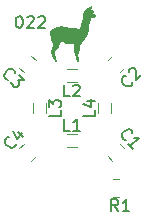
<source format=gbr>
%TF.GenerationSoftware,KiCad,Pcbnew,7.0.5+dfsg-2*%
%TF.CreationDate,2023-08-15T21:55:21+02:00*%
%TF.ProjectId,022-lumped-quadrature-coupler,3032322d-6c75-46d7-9065-642d71756164,1*%
%TF.SameCoordinates,Original*%
%TF.FileFunction,Legend,Top*%
%TF.FilePolarity,Positive*%
%FSLAX46Y46*%
G04 Gerber Fmt 4.6, Leading zero omitted, Abs format (unit mm)*
G04 Created by KiCad (PCBNEW 7.0.5+dfsg-2) date 2023-08-15 21:55:21*
%MOMM*%
%LPD*%
G01*
G04 APERTURE LIST*
%ADD10C,0.150000*%
%ADD11C,0.120000*%
G04 APERTURE END LIST*
D10*
X143000000Y-68454819D02*
X143095238Y-68454819D01*
X143095238Y-68454819D02*
X143190476Y-68502438D01*
X143190476Y-68502438D02*
X143238095Y-68550057D01*
X143238095Y-68550057D02*
X143285714Y-68645295D01*
X143285714Y-68645295D02*
X143333333Y-68835771D01*
X143333333Y-68835771D02*
X143333333Y-69073866D01*
X143333333Y-69073866D02*
X143285714Y-69264342D01*
X143285714Y-69264342D02*
X143238095Y-69359580D01*
X143238095Y-69359580D02*
X143190476Y-69407200D01*
X143190476Y-69407200D02*
X143095238Y-69454819D01*
X143095238Y-69454819D02*
X143000000Y-69454819D01*
X143000000Y-69454819D02*
X142904762Y-69407200D01*
X142904762Y-69407200D02*
X142857143Y-69359580D01*
X142857143Y-69359580D02*
X142809524Y-69264342D01*
X142809524Y-69264342D02*
X142761905Y-69073866D01*
X142761905Y-69073866D02*
X142761905Y-68835771D01*
X142761905Y-68835771D02*
X142809524Y-68645295D01*
X142809524Y-68645295D02*
X142857143Y-68550057D01*
X142857143Y-68550057D02*
X142904762Y-68502438D01*
X142904762Y-68502438D02*
X143000000Y-68454819D01*
X143714286Y-68550057D02*
X143761905Y-68502438D01*
X143761905Y-68502438D02*
X143857143Y-68454819D01*
X143857143Y-68454819D02*
X144095238Y-68454819D01*
X144095238Y-68454819D02*
X144190476Y-68502438D01*
X144190476Y-68502438D02*
X144238095Y-68550057D01*
X144238095Y-68550057D02*
X144285714Y-68645295D01*
X144285714Y-68645295D02*
X144285714Y-68740533D01*
X144285714Y-68740533D02*
X144238095Y-68883390D01*
X144238095Y-68883390D02*
X143666667Y-69454819D01*
X143666667Y-69454819D02*
X144285714Y-69454819D01*
X144666667Y-68550057D02*
X144714286Y-68502438D01*
X144714286Y-68502438D02*
X144809524Y-68454819D01*
X144809524Y-68454819D02*
X145047619Y-68454819D01*
X145047619Y-68454819D02*
X145142857Y-68502438D01*
X145142857Y-68502438D02*
X145190476Y-68550057D01*
X145190476Y-68550057D02*
X145238095Y-68645295D01*
X145238095Y-68645295D02*
X145238095Y-68740533D01*
X145238095Y-68740533D02*
X145190476Y-68883390D01*
X145190476Y-68883390D02*
X144619048Y-69454819D01*
X144619048Y-69454819D02*
X145238095Y-69454819D01*
%TO.C,R1*%
X151433333Y-84954819D02*
X151100000Y-84478628D01*
X150861905Y-84954819D02*
X150861905Y-83954819D01*
X150861905Y-83954819D02*
X151242857Y-83954819D01*
X151242857Y-83954819D02*
X151338095Y-84002438D01*
X151338095Y-84002438D02*
X151385714Y-84050057D01*
X151385714Y-84050057D02*
X151433333Y-84145295D01*
X151433333Y-84145295D02*
X151433333Y-84288152D01*
X151433333Y-84288152D02*
X151385714Y-84383390D01*
X151385714Y-84383390D02*
X151338095Y-84431009D01*
X151338095Y-84431009D02*
X151242857Y-84478628D01*
X151242857Y-84478628D02*
X150861905Y-84478628D01*
X152385714Y-84954819D02*
X151814286Y-84954819D01*
X152100000Y-84954819D02*
X152100000Y-83954819D01*
X152100000Y-83954819D02*
X152004762Y-84097676D01*
X152004762Y-84097676D02*
X151909524Y-84192914D01*
X151909524Y-84192914D02*
X151814286Y-84240533D01*
%TO.C,L4*%
X149454819Y-76416666D02*
X149454819Y-76892856D01*
X149454819Y-76892856D02*
X148454819Y-76892856D01*
X148788152Y-75654761D02*
X149454819Y-75654761D01*
X148407200Y-75892856D02*
X149121485Y-76130951D01*
X149121485Y-76130951D02*
X149121485Y-75511904D01*
%TO.C,L3*%
X146554819Y-76416666D02*
X146554819Y-76892856D01*
X146554819Y-76892856D02*
X145554819Y-76892856D01*
X145554819Y-76178570D02*
X145554819Y-75559523D01*
X145554819Y-75559523D02*
X145935771Y-75892856D01*
X145935771Y-75892856D02*
X145935771Y-75749999D01*
X145935771Y-75749999D02*
X145983390Y-75654761D01*
X145983390Y-75654761D02*
X146031009Y-75607142D01*
X146031009Y-75607142D02*
X146126247Y-75559523D01*
X146126247Y-75559523D02*
X146364342Y-75559523D01*
X146364342Y-75559523D02*
X146459580Y-75607142D01*
X146459580Y-75607142D02*
X146507200Y-75654761D01*
X146507200Y-75654761D02*
X146554819Y-75749999D01*
X146554819Y-75749999D02*
X146554819Y-76035713D01*
X146554819Y-76035713D02*
X146507200Y-76130951D01*
X146507200Y-76130951D02*
X146459580Y-76178570D01*
%TO.C,L2*%
X147333333Y-75254819D02*
X146857143Y-75254819D01*
X146857143Y-75254819D02*
X146857143Y-74254819D01*
X147619048Y-74350057D02*
X147666667Y-74302438D01*
X147666667Y-74302438D02*
X147761905Y-74254819D01*
X147761905Y-74254819D02*
X148000000Y-74254819D01*
X148000000Y-74254819D02*
X148095238Y-74302438D01*
X148095238Y-74302438D02*
X148142857Y-74350057D01*
X148142857Y-74350057D02*
X148190476Y-74445295D01*
X148190476Y-74445295D02*
X148190476Y-74540533D01*
X148190476Y-74540533D02*
X148142857Y-74683390D01*
X148142857Y-74683390D02*
X147571429Y-75254819D01*
X147571429Y-75254819D02*
X148190476Y-75254819D01*
%TO.C,L1*%
X147333333Y-78154819D02*
X146857143Y-78154819D01*
X146857143Y-78154819D02*
X146857143Y-77154819D01*
X148190476Y-78154819D02*
X147619048Y-78154819D01*
X147904762Y-78154819D02*
X147904762Y-77154819D01*
X147904762Y-77154819D02*
X147809524Y-77297676D01*
X147809524Y-77297676D02*
X147714286Y-77392914D01*
X147714286Y-77392914D02*
X147619048Y-77440533D01*
%TO.C,C4*%
X142736411Y-79272112D02*
X142736411Y-79339456D01*
X142736411Y-79339456D02*
X142669067Y-79474143D01*
X142669067Y-79474143D02*
X142601724Y-79541486D01*
X142601724Y-79541486D02*
X142467037Y-79608830D01*
X142467037Y-79608830D02*
X142332350Y-79608830D01*
X142332350Y-79608830D02*
X142231335Y-79575158D01*
X142231335Y-79575158D02*
X142062976Y-79474143D01*
X142062976Y-79474143D02*
X141961961Y-79373128D01*
X141961961Y-79373128D02*
X141860945Y-79204769D01*
X141860945Y-79204769D02*
X141827274Y-79103754D01*
X141827274Y-79103754D02*
X141827274Y-78969067D01*
X141827274Y-78969067D02*
X141894617Y-78834380D01*
X141894617Y-78834380D02*
X141961961Y-78767036D01*
X141961961Y-78767036D02*
X142096648Y-78699693D01*
X142096648Y-78699693D02*
X142163991Y-78699693D01*
X142938441Y-78261960D02*
X143409846Y-78733364D01*
X142500709Y-78160945D02*
X142837426Y-78834380D01*
X142837426Y-78834380D02*
X143275159Y-78396647D01*
%TO.C,C3*%
X142127887Y-73836411D02*
X142060543Y-73836411D01*
X142060543Y-73836411D02*
X141925856Y-73769067D01*
X141925856Y-73769067D02*
X141858513Y-73701724D01*
X141858513Y-73701724D02*
X141791169Y-73567037D01*
X141791169Y-73567037D02*
X141791169Y-73432350D01*
X141791169Y-73432350D02*
X141824841Y-73331335D01*
X141824841Y-73331335D02*
X141925856Y-73162976D01*
X141925856Y-73162976D02*
X142026871Y-73061961D01*
X142026871Y-73061961D02*
X142195230Y-72960945D01*
X142195230Y-72960945D02*
X142296245Y-72927274D01*
X142296245Y-72927274D02*
X142430932Y-72927274D01*
X142430932Y-72927274D02*
X142565619Y-72994617D01*
X142565619Y-72994617D02*
X142632963Y-73061961D01*
X142632963Y-73061961D02*
X142700306Y-73196648D01*
X142700306Y-73196648D02*
X142700306Y-73263991D01*
X143003352Y-73432350D02*
X143441085Y-73870083D01*
X143441085Y-73870083D02*
X142936009Y-73903754D01*
X142936009Y-73903754D02*
X143037024Y-74004770D01*
X143037024Y-74004770D02*
X143070696Y-74105785D01*
X143070696Y-74105785D02*
X143070696Y-74173128D01*
X143070696Y-74173128D02*
X143037024Y-74274144D01*
X143037024Y-74274144D02*
X142868665Y-74442502D01*
X142868665Y-74442502D02*
X142767650Y-74476174D01*
X142767650Y-74476174D02*
X142700306Y-74476174D01*
X142700306Y-74476174D02*
X142599291Y-74442502D01*
X142599291Y-74442502D02*
X142397261Y-74240472D01*
X142397261Y-74240472D02*
X142363589Y-74139457D01*
X142363589Y-74139457D02*
X142363589Y-74072113D01*
%TO.C,C2*%
X152636411Y-74072112D02*
X152636411Y-74139456D01*
X152636411Y-74139456D02*
X152569067Y-74274143D01*
X152569067Y-74274143D02*
X152501724Y-74341486D01*
X152501724Y-74341486D02*
X152367037Y-74408830D01*
X152367037Y-74408830D02*
X152232350Y-74408830D01*
X152232350Y-74408830D02*
X152131335Y-74375158D01*
X152131335Y-74375158D02*
X151962976Y-74274143D01*
X151962976Y-74274143D02*
X151861961Y-74173128D01*
X151861961Y-74173128D02*
X151760945Y-74004769D01*
X151760945Y-74004769D02*
X151727274Y-73903754D01*
X151727274Y-73903754D02*
X151727274Y-73769067D01*
X151727274Y-73769067D02*
X151794617Y-73634380D01*
X151794617Y-73634380D02*
X151861961Y-73567036D01*
X151861961Y-73567036D02*
X151996648Y-73499693D01*
X151996648Y-73499693D02*
X152063991Y-73499693D01*
X152333365Y-73230319D02*
X152333365Y-73162975D01*
X152333365Y-73162975D02*
X152367037Y-73061960D01*
X152367037Y-73061960D02*
X152535396Y-72893601D01*
X152535396Y-72893601D02*
X152636411Y-72859929D01*
X152636411Y-72859929D02*
X152703754Y-72859929D01*
X152703754Y-72859929D02*
X152804770Y-72893601D01*
X152804770Y-72893601D02*
X152872113Y-72960945D01*
X152872113Y-72960945D02*
X152939457Y-73095632D01*
X152939457Y-73095632D02*
X152939457Y-73903754D01*
X152939457Y-73903754D02*
X153377189Y-73466021D01*
%TO.C,C1*%
X152065826Y-78948472D02*
X151998482Y-78948472D01*
X151998482Y-78948472D02*
X151863795Y-78881128D01*
X151863795Y-78881128D02*
X151796452Y-78813785D01*
X151796452Y-78813785D02*
X151729108Y-78679098D01*
X151729108Y-78679098D02*
X151729108Y-78544411D01*
X151729108Y-78544411D02*
X151762780Y-78443396D01*
X151762780Y-78443396D02*
X151863795Y-78275037D01*
X151863795Y-78275037D02*
X151964810Y-78174022D01*
X151964810Y-78174022D02*
X152133169Y-78073006D01*
X152133169Y-78073006D02*
X152234184Y-78039335D01*
X152234184Y-78039335D02*
X152368871Y-78039335D01*
X152368871Y-78039335D02*
X152503558Y-78106678D01*
X152503558Y-78106678D02*
X152570902Y-78174022D01*
X152570902Y-78174022D02*
X152638245Y-78308709D01*
X152638245Y-78308709D02*
X152638245Y-78376052D01*
X152671917Y-79689250D02*
X152267856Y-79285189D01*
X152469887Y-79487220D02*
X153176993Y-78780113D01*
X153176993Y-78780113D02*
X153008635Y-78813785D01*
X153008635Y-78813785D02*
X152873948Y-78813785D01*
X152873948Y-78813785D02*
X152772932Y-78780113D01*
%TO.C,G\u002A\u002A\u002A*%
G36*
X149207208Y-67614917D02*
G01*
X149221780Y-67622643D01*
X149227638Y-67638791D01*
X149224986Y-67666038D01*
X149214028Y-67707062D01*
X149195246Y-67763741D01*
X149178860Y-67810446D01*
X149164665Y-67849625D01*
X149154112Y-67877364D01*
X149148650Y-67889745D01*
X149148486Y-67889946D01*
X149154138Y-67897178D01*
X149173545Y-67911565D01*
X149202518Y-67930004D01*
X149202794Y-67930170D01*
X149265684Y-67973854D01*
X149313512Y-68019631D01*
X149345324Y-68065750D01*
X149360162Y-68110459D01*
X149357070Y-68152007D01*
X149340520Y-68182445D01*
X149320991Y-68206562D01*
X149377555Y-68240636D01*
X149417737Y-68266699D01*
X149459250Y-68296467D01*
X149480607Y-68313250D01*
X149506661Y-68335927D01*
X149519745Y-68352611D01*
X149523211Y-68369984D01*
X149520661Y-68393124D01*
X149515636Y-68432872D01*
X149512184Y-68473169D01*
X149512056Y-68475472D01*
X149506709Y-68506817D01*
X149492958Y-68524471D01*
X149487295Y-68527764D01*
X149464024Y-68544266D01*
X149444294Y-68564253D01*
X149434232Y-68575038D01*
X149421977Y-68582474D01*
X149403462Y-68587419D01*
X149374622Y-68590732D01*
X149331391Y-68593272D01*
X149300502Y-68594630D01*
X149240844Y-68598231D01*
X149195936Y-68603279D01*
X149168140Y-68609464D01*
X149161407Y-68612879D01*
X149149381Y-68631376D01*
X149140328Y-68659745D01*
X149139450Y-68664547D01*
X149132091Y-68690629D01*
X149117507Y-68728695D01*
X149098200Y-68772492D01*
X149086787Y-68796135D01*
X149069617Y-68831648D01*
X149056241Y-68863117D01*
X149045437Y-68894981D01*
X149035983Y-68931679D01*
X149026657Y-68977652D01*
X149016238Y-69037340D01*
X149010003Y-69075142D01*
X148998611Y-69150475D01*
X148987513Y-69233726D01*
X148977703Y-69316757D01*
X148970177Y-69391427D01*
X148967711Y-69421318D01*
X148953479Y-69570850D01*
X148934101Y-69703435D01*
X148909013Y-69822278D01*
X148878053Y-69929366D01*
X148849141Y-70007130D01*
X148816299Y-70074946D01*
X148776020Y-70138510D01*
X148724798Y-70203520D01*
X148675643Y-70258199D01*
X148577329Y-70375280D01*
X148493806Y-70501629D01*
X148431364Y-70621186D01*
X148403186Y-70677903D01*
X148377811Y-70720375D01*
X148351675Y-70754018D01*
X148328482Y-70777604D01*
X148300811Y-70802117D01*
X148278251Y-70819713D01*
X148265568Y-70826682D01*
X148265395Y-70826688D01*
X148253451Y-70833218D01*
X148241919Y-70853767D01*
X148230392Y-70889773D01*
X148218459Y-70942674D01*
X148205712Y-71013910D01*
X148197702Y-71064739D01*
X148182935Y-71157753D01*
X148168702Y-71236626D01*
X148153537Y-71307789D01*
X148135974Y-71377671D01*
X148114550Y-71452702D01*
X148094147Y-71519151D01*
X148073662Y-71588767D01*
X148059937Y-71648459D01*
X148052673Y-71703792D01*
X148051572Y-71760332D01*
X148056334Y-71823643D01*
X148066662Y-71899292D01*
X148071976Y-71932384D01*
X148081863Y-71993891D01*
X148091097Y-72054175D01*
X148098842Y-72107582D01*
X148104263Y-72148460D01*
X148105561Y-72159723D01*
X148112893Y-72204728D01*
X148126368Y-72241894D01*
X148150004Y-72281963D01*
X148152923Y-72286310D01*
X148193121Y-72345728D01*
X147891035Y-72345728D01*
X147898018Y-72312144D01*
X147906666Y-72282384D01*
X147917092Y-72259536D01*
X147921952Y-72245992D01*
X147919574Y-72227580D01*
X147908787Y-72199446D01*
X147896054Y-72172292D01*
X147876050Y-72126603D01*
X147859018Y-72076762D01*
X147843853Y-72018573D01*
X147829451Y-71947840D01*
X147815851Y-71867612D01*
X147805774Y-71815487D01*
X147790904Y-71752618D01*
X147773420Y-71687715D01*
X147759042Y-71640272D01*
X147739373Y-71577432D01*
X147724185Y-71523154D01*
X147712556Y-71472312D01*
X147703565Y-71419774D01*
X147696290Y-71360411D01*
X147689810Y-71289094D01*
X147685282Y-71229699D01*
X147680007Y-71126544D01*
X147679205Y-71027802D01*
X147682780Y-70938429D01*
X147690634Y-70863381D01*
X147692649Y-70850881D01*
X147698285Y-70818238D01*
X147513062Y-70823960D01*
X147392262Y-70825480D01*
X147287165Y-70821724D01*
X147193384Y-70812274D01*
X147106532Y-70796713D01*
X147035335Y-70778501D01*
X146928868Y-70739636D01*
X146839540Y-70689590D01*
X146766909Y-70628052D01*
X146710536Y-70554711D01*
X146704435Y-70544391D01*
X146675907Y-70494600D01*
X146668639Y-70523556D01*
X146648777Y-70580742D01*
X146618034Y-70643838D01*
X146580847Y-70704875D01*
X146541648Y-70755885D01*
X146535826Y-70762224D01*
X146501823Y-70799253D01*
X146479015Y-70828535D01*
X146463853Y-70856807D01*
X146452786Y-70890804D01*
X146442267Y-70937262D01*
X146441407Y-70941406D01*
X146422253Y-71014043D01*
X146395078Y-71080397D01*
X146357410Y-71144725D01*
X146306775Y-71211286D01*
X146244562Y-71280306D01*
X146200655Y-71327086D01*
X146169096Y-71363066D01*
X146147302Y-71391736D01*
X146132691Y-71416586D01*
X146122679Y-71441105D01*
X146120484Y-71447943D01*
X146106617Y-71510336D01*
X146098490Y-71583767D01*
X146096652Y-71659269D01*
X146101650Y-71727875D01*
X146102867Y-71736045D01*
X146121849Y-71852191D01*
X146138653Y-71949249D01*
X146153608Y-72028646D01*
X146167045Y-72091809D01*
X146179292Y-72140166D01*
X146190680Y-72175143D01*
X146201537Y-72198166D01*
X146212194Y-72210664D01*
X146212536Y-72210907D01*
X146243036Y-72236176D01*
X146270562Y-72265811D01*
X146289476Y-72293348D01*
X146293891Y-72304120D01*
X146295244Y-72313632D01*
X146290936Y-72319721D01*
X146277416Y-72323146D01*
X146251136Y-72324671D01*
X146208547Y-72325054D01*
X146196219Y-72325061D01*
X146093072Y-72325061D01*
X146095449Y-72296643D01*
X146093369Y-72278430D01*
X146082341Y-72257689D01*
X146059769Y-72230433D01*
X146036582Y-72206224D01*
X145993768Y-72157147D01*
X145954802Y-72099598D01*
X145918211Y-72030726D01*
X145882517Y-71947679D01*
X145846246Y-71847608D01*
X145837706Y-71822003D01*
X145802894Y-71710358D01*
X145777616Y-71613609D01*
X145761922Y-71528285D01*
X145755862Y-71450921D01*
X145759487Y-71378048D01*
X145772846Y-71306198D01*
X145795988Y-71231903D01*
X145828964Y-71151696D01*
X145847925Y-71110862D01*
X145863244Y-71077573D01*
X145873181Y-71050567D01*
X145878868Y-71023669D01*
X145881433Y-70990701D01*
X145882007Y-70945488D01*
X145881942Y-70924857D01*
X145874037Y-70813717D01*
X145851457Y-70689349D01*
X145814436Y-70552839D01*
X145779648Y-70449512D01*
X145761521Y-70395325D01*
X145744501Y-70337402D01*
X145731243Y-70285050D01*
X145727106Y-70265233D01*
X145714411Y-70208368D01*
X145700643Y-70165227D01*
X145686695Y-70137191D01*
X145673461Y-70125643D01*
X145661834Y-70131965D01*
X145653974Y-70152044D01*
X145649203Y-70168673D01*
X145644810Y-70170196D01*
X145637896Y-70154900D01*
X145632125Y-70139127D01*
X145621228Y-70090843D01*
X145617240Y-70030839D01*
X145619967Y-69966803D01*
X145629216Y-69906422D01*
X145638838Y-69872197D01*
X145686099Y-69769316D01*
X145751074Y-69675424D01*
X145832531Y-69591243D01*
X145929242Y-69517494D01*
X146039977Y-69454898D01*
X146163509Y-69404178D01*
X146298607Y-69366054D01*
X146444042Y-69341248D01*
X146559642Y-69331795D01*
X146647425Y-69329758D01*
X146731499Y-69332317D01*
X146816776Y-69340018D01*
X146908169Y-69353405D01*
X147010590Y-69373023D01*
X147091711Y-69390808D01*
X147187807Y-69412345D01*
X147267579Y-69429200D01*
X147334708Y-69441879D01*
X147392875Y-69450889D01*
X147445762Y-69456737D01*
X147497049Y-69459929D01*
X147550417Y-69460973D01*
X147598629Y-69460575D01*
X147654738Y-69459915D01*
X147699013Y-69460589D01*
X147737320Y-69463316D01*
X147775528Y-69468818D01*
X147819505Y-69477819D01*
X147875120Y-69491038D01*
X147903604Y-69498082D01*
X147975622Y-69515214D01*
X148031279Y-69526183D01*
X148073946Y-69530976D01*
X148106992Y-69529581D01*
X148133788Y-69521987D01*
X148157703Y-69508180D01*
X148171833Y-69497109D01*
X148192889Y-69476673D01*
X148210733Y-69452129D01*
X148226651Y-69420341D01*
X148241925Y-69378173D01*
X148257840Y-69322489D01*
X148275680Y-69250153D01*
X148279346Y-69234469D01*
X148296905Y-69162770D01*
X148318065Y-69082312D01*
X148340306Y-69002374D01*
X148361109Y-68932234D01*
X148363452Y-68924717D01*
X148378978Y-68874113D01*
X148391303Y-68830295D01*
X148401226Y-68788944D01*
X148409547Y-68745741D01*
X148417065Y-68696365D01*
X148424579Y-68636498D01*
X148432889Y-68561819D01*
X148436002Y-68532628D01*
X148447098Y-68430493D01*
X148456972Y-68346407D01*
X148466097Y-68277821D01*
X148474945Y-68222188D01*
X148483991Y-68176957D01*
X148493707Y-68139582D01*
X148504567Y-68107513D01*
X148517044Y-68078202D01*
X148522488Y-68066892D01*
X148543227Y-68027695D01*
X148564341Y-67995534D01*
X148589403Y-67966760D01*
X148621983Y-67937721D01*
X148665654Y-67904766D01*
X148714198Y-67870923D01*
X148763880Y-67834968D01*
X148815539Y-67794307D01*
X148861923Y-67754795D01*
X148886890Y-67731435D01*
X148918275Y-67702043D01*
X148945322Y-67679904D01*
X148964140Y-67668049D01*
X148969559Y-67667005D01*
X148983132Y-67681623D01*
X148984744Y-67711606D01*
X148974416Y-67755478D01*
X148968097Y-67773543D01*
X148956615Y-67805332D01*
X148948850Y-67828941D01*
X148946704Y-67837728D01*
X148953034Y-67835813D01*
X148969982Y-67821540D01*
X148994485Y-67798042D01*
X149023480Y-67768450D01*
X149053903Y-67735896D01*
X149082693Y-67703515D01*
X149106785Y-67674437D01*
X149108411Y-67672355D01*
X149135607Y-67639612D01*
X149156294Y-67621160D01*
X149174724Y-67613645D01*
X149183716Y-67612937D01*
X149207208Y-67614917D01*
G37*
D11*
%TO.C,R1*%
X151477064Y-83735000D02*
X151022936Y-83735000D01*
X151477064Y-82265000D02*
X151022936Y-82265000D01*
%TO.C,L4*%
X149690000Y-76649622D02*
X149690000Y-75850378D01*
X150810000Y-76649622D02*
X150810000Y-75850378D01*
%TO.C,L3*%
X145310000Y-76649622D02*
X145310000Y-75850378D01*
X144190000Y-76649622D02*
X144190000Y-75850378D01*
%TO.C,L2*%
X147100378Y-72940000D02*
X147899622Y-72940000D01*
X147100378Y-74060000D02*
X147899622Y-74060000D01*
%TO.C,L1*%
X147100378Y-78440000D02*
X147899622Y-78440000D01*
X147100378Y-79560000D02*
X147899622Y-79560000D01*
%TO.C,C4*%
X144084990Y-80704457D02*
X144454457Y-80334990D01*
X143045543Y-79665010D02*
X143415010Y-79295543D01*
%TO.C,C3*%
X143045543Y-72834990D02*
X143415010Y-73204457D01*
X144084990Y-71795543D02*
X144454457Y-72165010D01*
%TO.C,C2*%
X151584990Y-73204457D02*
X151954457Y-72834990D01*
X150545543Y-72165010D02*
X150915010Y-71795543D01*
%TO.C,C1*%
X150545543Y-80334990D02*
X150915010Y-80704457D01*
X151584990Y-79295543D02*
X151954457Y-79665010D01*
%TD*%
M02*

</source>
